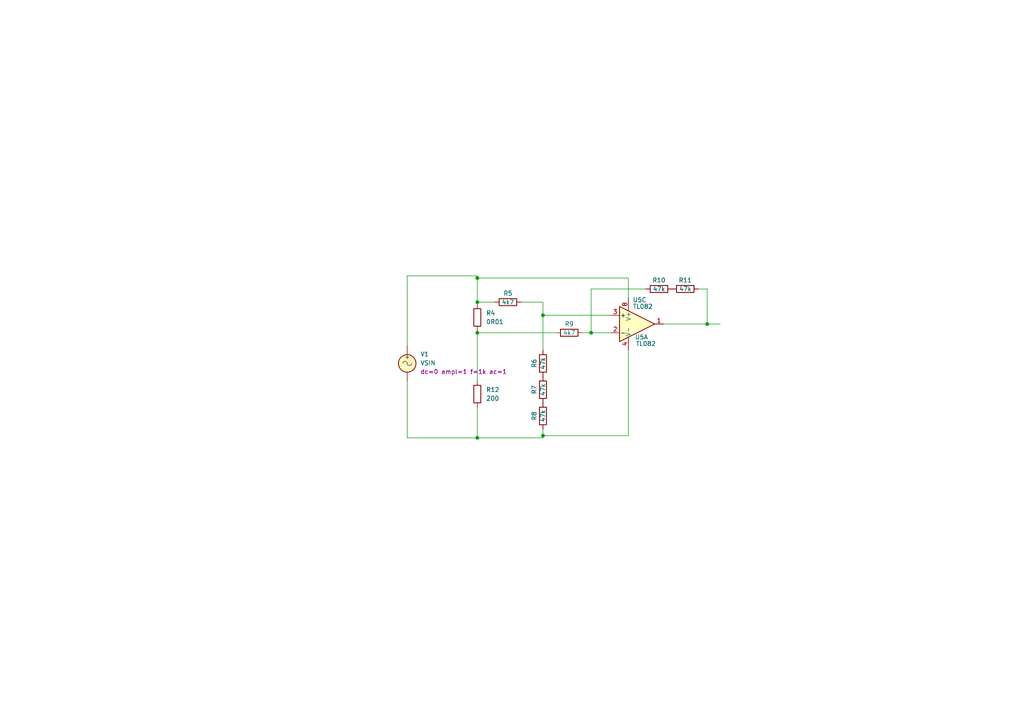
<source format=kicad_sch>
(kicad_sch (version 20231120) (generator "eeschema") (generator_version "8.0")
  (paper "A4")
  (lib_symbols
    (symbol "Amplifier_Operational:TL082" (pin_names (offset 0.127))
      (property "Reference" "U" (at 0 5.08 0))
      (property "Value" "TL082" (at 0 -5.08 0))
      (symbol "TL082_1_1"
        (polyline (pts (xy -5.08 5.08) (xy 5.08 0) (xy -5.08 -5.08) (xy -5.08 5.08)) (stroke (width 0.254)) (fill (type background)))
        (pin output line (at 7.62 0 180) (length 2.54) (name "~") (number "1"))
        (pin input line (at -7.62 -2.54 0) (length 2.54) (name "-") (number "2"))
        (pin input line (at -7.62 2.54 0) (length 2.54) (name "+") (number "3"))
      )
      (symbol "TL082_2_1"
        (polyline (pts (xy -5.08 5.08) (xy 5.08 0) (xy -5.08 -5.08) (xy -5.08 5.08)) (stroke (width 0.254)) (fill (type background)))
        (pin input line (at -7.62 2.54 0) (length 2.54) (name "+") (number "5"))
        (pin input line (at -7.62 -2.54 0) (length 2.54) (name "-") (number "6"))
        (pin output line (at 7.62 0 180) (length 2.54) (name "~") (number "7"))
      )
      (symbol "TL082_3_1"
        (pin power_in line (at -2.54 -7.62 90) (length 3.81) (name "V-") (number "4"))
        (pin power_in line (at -2.54 7.62 270) (length 3.81) (name "V+") (number "8"))
      )
    )
    (symbol "Device:R" (pin_numbers hide) (pin_names (offset 0))
      (property "Reference" "R" (at 2.032 0 90))
      (property "Value" "R" (at 0 0 90))
      (symbol "R_0_1"
        (rectangle (start -1.016 -2.54) (end 1.016 2.54) (stroke (width 0.254)))
      )
      (symbol "R_1_1"
        (pin passive line (at 0 3.81 270) (length 1.27) (name "~") (number "1"))
        (pin passive line (at 0 -3.81 90) (length 1.27) (name "~") (number "2"))
      )
    )
    (symbol "Simulation_SPICE:VSIN" (pin_numbers hide) (pin_names (offset 0.0254))
      (property "Reference" "V" (at 2.54 2.54 0))
      (property "Value" "VSIN" (at 2.54 0 0))
      (property "Sim.Params" "dc=0 ampl=1 f=1k ac=1" (at 2.54 -2.54 0))
      (symbol "VSIN_0_0"
        (arc (start 0 0) (mid -0.635 0.6323) (end -1.27 0))
        (arc (start 0 0) (mid 0.635 -0.6323) (end 1.27 0))
        (text "+" (at 0 1.905 0) (effects (font (size 1.27 1.27))))
      )
      (symbol "VSIN_0_1"
        (circle (center 0 0) (radius 2.54) (stroke (width 0.254)) (fill (type background)))
      )
      (symbol "VSIN_1_1"
        (pin passive line (at 0 5.08 270) (length 2.54) (name "~") (number "1"))
        (pin passive line (at 0 -5.08 90) (length 2.54) (name "~") (number "2"))
      )
    )
  )
  (junction (at 157.48 126.365))
  (junction (at 138.43 127))
  (junction (at 205.105 93.98))
  (junction (at 138.43 80.645))
  (junction (at 138.43 96.52))
  (junction (at 171.45 96.52))
  (junction (at 138.43 87.63))
  (junction (at 157.48 91.44))
  (wire (pts (xy 118.11 127) (xy 138.43 127)))
  (wire (pts (xy 157.48 126.365) (xy 182.245 126.365)))
  (wire (pts (xy 138.43 118.11) (xy 138.43 127)))
  (wire (pts (xy 157.48 87.63) (xy 157.48 91.44)))
  (wire (pts (xy 157.48 124.46) (xy 157.48 126.365)))
  (wire (pts (xy 171.45 96.52) (xy 177.165 96.52)))
  (wire (pts (xy 157.48 91.44) (xy 157.48 101.6)))
  (wire (pts (xy 205.105 93.98) (xy 208.915 93.98)))
  (wire (pts (xy 138.43 80.645) (xy 182.245 80.645)))
  (wire (pts (xy 182.245 86.36) (xy 182.245 80.645)))
  (wire (pts (xy 157.48 87.63) (xy 151.13 87.63)))
  (wire (pts (xy 138.43 80.01) (xy 138.43 80.645)))
  (wire (pts (xy 192.405 93.98) (xy 205.105 93.98)))
  (wire (pts (xy 118.11 80.01) (xy 138.43 80.01)))
  (wire (pts (xy 182.245 101.6) (xy 182.245 126.365)))
  (wire (pts (xy 187.325 83.82) (xy 171.45 83.82)))
  (wire (pts (xy 118.11 100.33) (xy 118.11 80.01)))
  (wire (pts (xy 171.45 83.82) (xy 171.45 96.52)))
  (wire (pts (xy 157.48 126.365) (xy 157.48 127)))
  (wire (pts (xy 138.43 87.63) (xy 143.51 87.63)))
  (wire (pts (xy 205.105 93.98) (xy 205.105 83.82)))
  (wire (pts (xy 118.11 110.49) (xy 118.11 127)))
  (wire (pts (xy 168.91 96.52) (xy 171.45 96.52)))
  (wire (pts (xy 138.43 96.52) (xy 138.43 110.49)))
  (wire (pts (xy 138.43 96.52) (xy 138.43 95.885)))
  (wire (pts (xy 138.43 80.645) (xy 138.43 87.63)))
  (wire (pts (xy 138.43 127) (xy 157.48 127)))
  (wire (pts (xy 138.43 96.52) (xy 161.29 96.52)))
  (wire (pts (xy 205.105 83.82) (xy 202.565 83.82)))
  (wire (pts (xy 138.43 88.265) (xy 138.43 87.63)))
  (wire (pts (xy 157.48 91.44) (xy 177.165 91.44)))
  (symbol (lib_id "Amplifier_Operational:TL082") (at 184.785 93.98 0) (unit 1)
    (property "Reference" "U5" (at 186.055 97.79 0))
    (property "Value" "TL082" (at 187.325 99.695 0))
    (property "Footprint" "Package_SO:SO-8_5.3x6.2mm_P1.27mm" (effects (hide yes)))
    (property "Datasheet" "http://www.ti.com/lit/ds/symlink/tl081.pdf" (effects (hide yes)))
  )
  (symbol (lib_id "Device:R") (at 138.43 114.3 0) (unit 1)
    (property "Reference" "R12" (at 140.97 113.0299 0) (effects (justify left)))
    (property "Value" "200" (at 140.97 115.5699 0) (effects (justify left)))
    (property "Footprint" "Resistor_SMD:R_2512_6332Metric" (effects (hide yes)))
  )
  (symbol (lib_id "Device:R") (at 157.48 105.41 180) (unit 1)
    (property "Reference" "R6" (at 154.94 105.41 90))
    (property "Value" "47k" (at 157.48 105.41 90))
    (property "Footprint" "Resistor_SMD:R_0603_1608Metric" (effects (hide yes)))
  )
  (symbol (lib_id "Simulation_SPICE:VSIN") (at 118.11 105.41 0) (unit 1)
    (property "Reference" "V1" (at 121.92 102.7401 0) (effects (justify left)))
    (property "Value" "VSIN" (at 121.92 105.2801 0) (effects (justify left)))
    (property "Datasheet" "https://ngspice.sourceforge.io/docs/ngspice-html-manual/manual.xhtml#sec_Independent_Sources_for" (effects (hide yes)))
    (property "Description" "Voltage source, sinusoidal" (effects (hide yes)))
    (property "Sim.Pins" "1=+ 2=-" (effects (hide yes)))
    (property "Sim.Params" "dc=0 ampl=1 f=1k ac=1" (at 121.92 107.8201 0) (effects (justify left)))
    (property "Sim.Type" "SIN" (effects (hide yes)))
    (property "Sim.Device" "V" (effects (hide yes)))
  )
  (symbol (lib_id "Amplifier_Operational:TL082") (at 184.785 93.98 0) (unit 3)
    (property "Reference" "U5" (at 183.515 86.995 0) (effects (justify left)))
    (property "Value" "TL082" (at 183.515 88.9 0) (effects (justify left)))
    (property "Footprint" "Package_SO:SO-8_5.3x6.2mm_P1.27mm" (effects (hide yes)))
    (property "Datasheet" "http://www.ti.com/lit/ds/symlink/tl081.pdf" (effects (hide yes)))
  )
  (symbol (lib_id "Device:R") (at 147.32 87.63 90) (unit 1)
    (property "Reference" "R5" (at 147.32 85.09 90))
    (property "Value" "4k7" (at 147.32 87.63 90))
    (property "Footprint" "Resistor_SMD:R_0603_1608Metric" (effects (hide yes)))
  )
  (symbol (lib_id "Device:R") (at 138.43 92.075 0) (unit 1)
    (property "Reference" "R4" (at 140.97 90.8049 0) (effects (justify left)))
    (property "Value" "0R01" (at 140.97 93.3449 0) (effects (justify left)))
    (property "Footprint" "Resistor_SMD:R_2512_6332Metric" (effects (hide yes)))
  )
  (symbol (lib_id "Device:R") (at 198.755 83.82 90) (unit 1)
    (property "Reference" "R11" (at 198.755 81.28 90))
    (property "Value" "47k" (at 198.755 83.82 90))
    (property "Footprint" "Resistor_SMD:R_0603_1608Metric" (effects (hide yes)))
  )
  (symbol (lib_id "Device:R") (at 157.48 113.03 180) (unit 1)
    (property "Reference" "R7" (at 154.94 113.03 90))
    (property "Value" "47k" (at 157.48 113.03 90))
    (property "Footprint" "Resistor_SMD:R_0603_1608Metric" (effects (hide yes)))
  )
  (symbol (lib_id "Device:R") (at 191.135 83.82 90) (unit 1)
    (property "Reference" "R10" (at 191.135 81.28 90))
    (property "Value" "47k" (at 191.135 83.82 90))
    (property "Footprint" "Resistor_SMD:R_0603_1608Metric" (effects (hide yes)))
  )
  (symbol (lib_id "Device:R") (at 157.48 120.65 180) (unit 1)
    (property "Reference" "R8" (at 154.94 120.65 90))
    (property "Value" "47k" (at 157.48 120.65 90))
    (property "Footprint" "Resistor_SMD:R_0603_1608Metric" (effects (hide yes)))
  )
  (symbol (lib_id "Device:R") (at 165.1 96.52 90) (unit 1)
    (property "Reference" "R9" (at 165.1 93.98 90))
    (property "Value" "4k7" (at 165.1 96.52 90))
    (property "Footprint" "Resistor_SMD:R_0603_1608Metric" (effects (hide yes)))
  )
)
</source>
